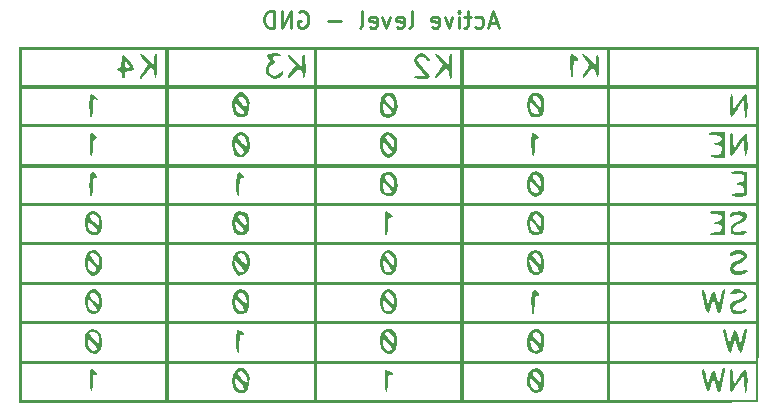
<source format=gbr>
%TF.GenerationSoftware,KiCad,Pcbnew,8.0.8-2.fc41*%
%TF.CreationDate,2025-02-07T10:50:49+08:00*%
%TF.ProjectId,K9AY_switch,4b394159-5f73-4776-9974-63682e6b6963,rev?*%
%TF.SameCoordinates,Original*%
%TF.FileFunction,Legend,Bot*%
%TF.FilePolarity,Positive*%
%FSLAX46Y46*%
G04 Gerber Fmt 4.6, Leading zero omitted, Abs format (unit mm)*
G04 Created by KiCad (PCBNEW 8.0.8-2.fc41) date 2025-02-07 10:50:49*
%MOMM*%
%LPD*%
G01*
G04 APERTURE LIST*
%ADD10C,0.280000*%
%ADD11C,0.000000*%
G04 APERTURE END LIST*
D10*
X156521123Y-84758106D02*
X155854456Y-84758106D01*
X156654456Y-85158106D02*
X156187790Y-83758106D01*
X156187790Y-83758106D02*
X155721123Y-85158106D01*
X154654456Y-85091440D02*
X154787790Y-85158106D01*
X154787790Y-85158106D02*
X155054456Y-85158106D01*
X155054456Y-85158106D02*
X155187790Y-85091440D01*
X155187790Y-85091440D02*
X155254456Y-85024773D01*
X155254456Y-85024773D02*
X155321123Y-84891440D01*
X155321123Y-84891440D02*
X155321123Y-84491440D01*
X155321123Y-84491440D02*
X155254456Y-84358106D01*
X155254456Y-84358106D02*
X155187790Y-84291440D01*
X155187790Y-84291440D02*
X155054456Y-84224773D01*
X155054456Y-84224773D02*
X154787790Y-84224773D01*
X154787790Y-84224773D02*
X154654456Y-84291440D01*
X154254456Y-84224773D02*
X153721123Y-84224773D01*
X154054456Y-83758106D02*
X154054456Y-84958106D01*
X154054456Y-84958106D02*
X153987790Y-85091440D01*
X153987790Y-85091440D02*
X153854456Y-85158106D01*
X153854456Y-85158106D02*
X153721123Y-85158106D01*
X153254456Y-85158106D02*
X153254456Y-84224773D01*
X153254456Y-83758106D02*
X153321123Y-83824773D01*
X153321123Y-83824773D02*
X153254456Y-83891440D01*
X153254456Y-83891440D02*
X153187790Y-83824773D01*
X153187790Y-83824773D02*
X153254456Y-83758106D01*
X153254456Y-83758106D02*
X153254456Y-83891440D01*
X152721123Y-84224773D02*
X152387789Y-85158106D01*
X152387789Y-85158106D02*
X152054456Y-84224773D01*
X150987789Y-85091440D02*
X151121122Y-85158106D01*
X151121122Y-85158106D02*
X151387789Y-85158106D01*
X151387789Y-85158106D02*
X151521122Y-85091440D01*
X151521122Y-85091440D02*
X151587789Y-84958106D01*
X151587789Y-84958106D02*
X151587789Y-84424773D01*
X151587789Y-84424773D02*
X151521122Y-84291440D01*
X151521122Y-84291440D02*
X151387789Y-84224773D01*
X151387789Y-84224773D02*
X151121122Y-84224773D01*
X151121122Y-84224773D02*
X150987789Y-84291440D01*
X150987789Y-84291440D02*
X150921122Y-84424773D01*
X150921122Y-84424773D02*
X150921122Y-84558106D01*
X150921122Y-84558106D02*
X151587789Y-84691440D01*
X149054455Y-85158106D02*
X149187789Y-85091440D01*
X149187789Y-85091440D02*
X149254455Y-84958106D01*
X149254455Y-84958106D02*
X149254455Y-83758106D01*
X147987789Y-85091440D02*
X148121122Y-85158106D01*
X148121122Y-85158106D02*
X148387789Y-85158106D01*
X148387789Y-85158106D02*
X148521122Y-85091440D01*
X148521122Y-85091440D02*
X148587789Y-84958106D01*
X148587789Y-84958106D02*
X148587789Y-84424773D01*
X148587789Y-84424773D02*
X148521122Y-84291440D01*
X148521122Y-84291440D02*
X148387789Y-84224773D01*
X148387789Y-84224773D02*
X148121122Y-84224773D01*
X148121122Y-84224773D02*
X147987789Y-84291440D01*
X147987789Y-84291440D02*
X147921122Y-84424773D01*
X147921122Y-84424773D02*
X147921122Y-84558106D01*
X147921122Y-84558106D02*
X148587789Y-84691440D01*
X147454456Y-84224773D02*
X147121122Y-85158106D01*
X147121122Y-85158106D02*
X146787789Y-84224773D01*
X145721122Y-85091440D02*
X145854455Y-85158106D01*
X145854455Y-85158106D02*
X146121122Y-85158106D01*
X146121122Y-85158106D02*
X146254455Y-85091440D01*
X146254455Y-85091440D02*
X146321122Y-84958106D01*
X146321122Y-84958106D02*
X146321122Y-84424773D01*
X146321122Y-84424773D02*
X146254455Y-84291440D01*
X146254455Y-84291440D02*
X146121122Y-84224773D01*
X146121122Y-84224773D02*
X145854455Y-84224773D01*
X145854455Y-84224773D02*
X145721122Y-84291440D01*
X145721122Y-84291440D02*
X145654455Y-84424773D01*
X145654455Y-84424773D02*
X145654455Y-84558106D01*
X145654455Y-84558106D02*
X146321122Y-84691440D01*
X144854455Y-85158106D02*
X144987789Y-85091440D01*
X144987789Y-85091440D02*
X145054455Y-84958106D01*
X145054455Y-84958106D02*
X145054455Y-83758106D01*
X143254455Y-84624773D02*
X142187789Y-84624773D01*
X139721122Y-83824773D02*
X139854455Y-83758106D01*
X139854455Y-83758106D02*
X140054455Y-83758106D01*
X140054455Y-83758106D02*
X140254455Y-83824773D01*
X140254455Y-83824773D02*
X140387789Y-83958106D01*
X140387789Y-83958106D02*
X140454455Y-84091440D01*
X140454455Y-84091440D02*
X140521122Y-84358106D01*
X140521122Y-84358106D02*
X140521122Y-84558106D01*
X140521122Y-84558106D02*
X140454455Y-84824773D01*
X140454455Y-84824773D02*
X140387789Y-84958106D01*
X140387789Y-84958106D02*
X140254455Y-85091440D01*
X140254455Y-85091440D02*
X140054455Y-85158106D01*
X140054455Y-85158106D02*
X139921122Y-85158106D01*
X139921122Y-85158106D02*
X139721122Y-85091440D01*
X139721122Y-85091440D02*
X139654455Y-85024773D01*
X139654455Y-85024773D02*
X139654455Y-84558106D01*
X139654455Y-84558106D02*
X139921122Y-84558106D01*
X139054455Y-85158106D02*
X139054455Y-83758106D01*
X139054455Y-83758106D02*
X138254455Y-85158106D01*
X138254455Y-85158106D02*
X138254455Y-83758106D01*
X137587788Y-85158106D02*
X137587788Y-83758106D01*
X137587788Y-83758106D02*
X137254455Y-83758106D01*
X137254455Y-83758106D02*
X137054455Y-83824773D01*
X137054455Y-83824773D02*
X136921122Y-83958106D01*
X136921122Y-83958106D02*
X136854455Y-84091440D01*
X136854455Y-84091440D02*
X136787788Y-84358106D01*
X136787788Y-84358106D02*
X136787788Y-84558106D01*
X136787788Y-84558106D02*
X136854455Y-84824773D01*
X136854455Y-84824773D02*
X136921122Y-84958106D01*
X136921122Y-84958106D02*
X137054455Y-85091440D01*
X137054455Y-85091440D02*
X137254455Y-85158106D01*
X137254455Y-85158106D02*
X137587788Y-85158106D01*
D11*
%TO.C,G\u002A\u002A\u002A*%
G36*
X178660323Y-91816903D02*
G01*
X178660323Y-95162602D01*
X178660323Y-98508301D01*
X178660323Y-101762961D01*
X178660321Y-101785721D01*
X178660300Y-102105023D01*
X178659218Y-104094585D01*
X178657797Y-105131419D01*
X178656600Y-106004481D01*
X178652553Y-107817124D01*
X178650465Y-108477118D01*
X178647181Y-109514927D01*
X178640592Y-111080304D01*
X178636552Y-111822817D01*
X178632891Y-112495668D01*
X178624185Y-113743433D01*
X178614579Y-114806013D01*
X178610195Y-115168516D01*
X178604180Y-115665820D01*
X178593094Y-116305269D01*
X178581426Y-116706773D01*
X178569284Y-116852746D01*
X178520324Y-116857594D01*
X178226840Y-116865932D01*
X177679294Y-116874038D01*
X176889817Y-116881876D01*
X175870544Y-116889412D01*
X174633607Y-116896609D01*
X173191139Y-116903433D01*
X171555273Y-116909849D01*
X169738142Y-116915821D01*
X167751879Y-116921314D01*
X165608616Y-116926293D01*
X163320487Y-116930722D01*
X160899625Y-116934567D01*
X158358162Y-116937791D01*
X155708231Y-116940361D01*
X152961965Y-116942240D01*
X150131498Y-116943393D01*
X147228961Y-116943785D01*
X115979678Y-116943785D01*
X115979678Y-113666366D01*
X116252796Y-113666366D01*
X116252796Y-115168516D01*
X116252796Y-116670667D01*
X122329678Y-116670667D01*
X128406560Y-116670667D01*
X128679678Y-116670667D01*
X134824839Y-116670667D01*
X140970001Y-116670667D01*
X141243119Y-116670667D01*
X147320001Y-116670667D01*
X153396882Y-116670667D01*
X153670001Y-116670667D01*
X159746882Y-116670667D01*
X165823764Y-116670667D01*
X166096882Y-116670667D01*
X172242044Y-116670667D01*
X178387205Y-116670667D01*
X178387205Y-115168516D01*
X178387205Y-113666366D01*
X172242044Y-113666366D01*
X166096882Y-113666366D01*
X166096882Y-115168516D01*
X166096882Y-116670667D01*
X165823764Y-116670667D01*
X165823764Y-115168516D01*
X165823764Y-113666366D01*
X159746882Y-113666366D01*
X153670001Y-113666366D01*
X153670001Y-115168516D01*
X153670001Y-116670667D01*
X153396882Y-116670667D01*
X153396882Y-115168516D01*
X153396882Y-113666366D01*
X147320001Y-113666366D01*
X141243119Y-113666366D01*
X141243119Y-115168516D01*
X141243119Y-116670667D01*
X140970001Y-116670667D01*
X140970001Y-115168516D01*
X140970001Y-113666366D01*
X134824839Y-113666366D01*
X128679678Y-113666366D01*
X128679678Y-115168516D01*
X128679678Y-116670667D01*
X128406560Y-116670667D01*
X128406560Y-115168516D01*
X128406560Y-113666366D01*
X122329678Y-113666366D01*
X116252796Y-113666366D01*
X115979678Y-113666366D01*
X115979678Y-110252387D01*
X116252796Y-110252387D01*
X116252796Y-111822817D01*
X116252796Y-113393247D01*
X122329678Y-113393247D01*
X128406560Y-113393247D01*
X128679678Y-113393247D01*
X134824839Y-113393247D01*
X140970001Y-113393247D01*
X141243119Y-113393247D01*
X147320001Y-113393247D01*
X153396882Y-113393247D01*
X153670001Y-113393247D01*
X159746882Y-113393247D01*
X165823764Y-113393247D01*
X166096882Y-113393247D01*
X172242044Y-113393247D01*
X178387205Y-113393247D01*
X178387205Y-111822817D01*
X178387205Y-110252387D01*
X172242044Y-110252387D01*
X166096882Y-110252387D01*
X166096882Y-111822817D01*
X166096882Y-113393247D01*
X165823764Y-113393247D01*
X165823764Y-111822817D01*
X165823764Y-110252387D01*
X159746882Y-110252387D01*
X153670001Y-110252387D01*
X153670001Y-111822817D01*
X153670001Y-113393247D01*
X153396882Y-113393247D01*
X153396882Y-111822817D01*
X153396882Y-110252387D01*
X147320001Y-110252387D01*
X141243119Y-110252387D01*
X141243119Y-111822817D01*
X141243119Y-113393247D01*
X140970001Y-113393247D01*
X140970001Y-111822817D01*
X140970001Y-110252387D01*
X134824839Y-110252387D01*
X128679678Y-110252387D01*
X128679678Y-111822817D01*
X128679678Y-113393247D01*
X128406560Y-113393247D01*
X128406560Y-111822817D01*
X128406560Y-110252387D01*
X122329678Y-110252387D01*
X116252796Y-110252387D01*
X115979678Y-110252387D01*
X115979678Y-106974968D01*
X116252796Y-106974968D01*
X116252796Y-108477118D01*
X116252796Y-109979269D01*
X122329678Y-109979269D01*
X128406560Y-109979269D01*
X128679678Y-109979269D01*
X134824839Y-109979269D01*
X140970001Y-109979269D01*
X141243119Y-109979269D01*
X147320001Y-109979269D01*
X153396882Y-109979269D01*
X153670001Y-109979269D01*
X159746882Y-109979269D01*
X165823764Y-109979269D01*
X166096882Y-109979269D01*
X172242044Y-109979269D01*
X178387205Y-109979269D01*
X178387205Y-108477118D01*
X178387205Y-106974968D01*
X172242044Y-106974968D01*
X166096882Y-106974968D01*
X166096882Y-108477118D01*
X166096882Y-109979269D01*
X165823764Y-109979269D01*
X165823764Y-108477118D01*
X165823764Y-106974968D01*
X159746882Y-106974968D01*
X153670001Y-106974968D01*
X153670001Y-108477118D01*
X153670001Y-109979269D01*
X153396882Y-109979269D01*
X153396882Y-108477118D01*
X153396882Y-106974968D01*
X147320001Y-106974968D01*
X141243119Y-106974968D01*
X141243119Y-108477118D01*
X141243119Y-109979269D01*
X140970001Y-109979269D01*
X140970001Y-108477118D01*
X140970001Y-106974968D01*
X134824839Y-106974968D01*
X128679678Y-106974968D01*
X128679678Y-108477118D01*
X128679678Y-109979269D01*
X128406560Y-109979269D01*
X128406560Y-108477118D01*
X128406560Y-106974968D01*
X122329678Y-106974968D01*
X116252796Y-106974968D01*
X115979678Y-106974968D01*
X115979678Y-103560989D01*
X116252796Y-103560989D01*
X116252796Y-105131419D01*
X116252796Y-106701850D01*
X122329678Y-106701850D01*
X128406560Y-106701850D01*
X128679678Y-106701850D01*
X134824839Y-106701850D01*
X140970001Y-106701850D01*
X141243119Y-106701850D01*
X147320001Y-106701850D01*
X153396882Y-106701850D01*
X153670001Y-106701850D01*
X159746882Y-106701850D01*
X165823764Y-106701850D01*
X166096882Y-106701850D01*
X172242044Y-106701850D01*
X178387205Y-106701850D01*
X178387205Y-105131419D01*
X178387205Y-103560989D01*
X172242044Y-103560989D01*
X166096882Y-103560989D01*
X166096882Y-105131419D01*
X166096882Y-106701850D01*
X165823764Y-106701850D01*
X165823764Y-105131419D01*
X165823764Y-103560989D01*
X159746882Y-103560989D01*
X153670001Y-103560989D01*
X153670001Y-105131419D01*
X153670001Y-106701850D01*
X153396882Y-106701850D01*
X153396882Y-105131419D01*
X153396882Y-103560989D01*
X147320001Y-103560989D01*
X141243119Y-103560989D01*
X141243119Y-105131419D01*
X141243119Y-106701850D01*
X140970001Y-106701850D01*
X140970001Y-105131419D01*
X140970001Y-103560989D01*
X134824839Y-103560989D01*
X128679678Y-103560989D01*
X128679678Y-105131419D01*
X128679678Y-106701850D01*
X128406560Y-106701850D01*
X128406560Y-105131419D01*
X128406560Y-103560989D01*
X122329678Y-103560989D01*
X116252796Y-103560989D01*
X115979678Y-103560989D01*
X115979678Y-101854000D01*
X115979678Y-100283570D01*
X116252796Y-100283570D01*
X116252796Y-101785721D01*
X116252796Y-103287871D01*
X122329678Y-103287871D01*
X128406560Y-103287871D01*
X128679678Y-103287871D01*
X134824839Y-103287871D01*
X140970001Y-103287871D01*
X141243119Y-103287871D01*
X147320001Y-103287871D01*
X153396882Y-103287871D01*
X153670001Y-103287871D01*
X159746882Y-103287871D01*
X165823764Y-103287871D01*
X166096882Y-103287871D01*
X172242044Y-103287871D01*
X178387205Y-103287871D01*
X178387205Y-101785721D01*
X178387205Y-100283570D01*
X172242044Y-100283570D01*
X166096882Y-100283570D01*
X166096882Y-101785721D01*
X166096882Y-103287871D01*
X165823764Y-103287871D01*
X165823764Y-101785721D01*
X165823764Y-100283570D01*
X159746882Y-100283570D01*
X153670001Y-100283570D01*
X153670001Y-101785721D01*
X153670001Y-103287871D01*
X153396882Y-103287871D01*
X153396882Y-101785721D01*
X153396882Y-100283570D01*
X147320001Y-100283570D01*
X141243119Y-100283570D01*
X141243119Y-101785721D01*
X141243119Y-103287871D01*
X140970001Y-103287871D01*
X140970001Y-101785721D01*
X140970001Y-100283570D01*
X134824839Y-100283570D01*
X128679678Y-100283570D01*
X128679678Y-101785721D01*
X128679678Y-103287871D01*
X128406560Y-103287871D01*
X128406560Y-101785721D01*
X128406560Y-100283570D01*
X122329678Y-100283570D01*
X116252796Y-100283570D01*
X115979678Y-100283570D01*
X115979678Y-97006151D01*
X116252796Y-97006151D01*
X116252796Y-98508301D01*
X116252796Y-100010452D01*
X122329678Y-100010452D01*
X128406560Y-100010452D01*
X128679678Y-100010452D01*
X134824839Y-100010452D01*
X140970001Y-100010452D01*
X141243119Y-100010452D01*
X147320001Y-100010452D01*
X153396882Y-100010452D01*
X153670001Y-100010452D01*
X159746882Y-100010452D01*
X165823764Y-100010452D01*
X166096882Y-100010452D01*
X172242044Y-100010452D01*
X178387205Y-100010452D01*
X178387205Y-98508301D01*
X178387205Y-97006151D01*
X172242044Y-97006151D01*
X166096882Y-97006151D01*
X166096882Y-98508301D01*
X166096882Y-100010452D01*
X165823764Y-100010452D01*
X165823764Y-98508301D01*
X165823764Y-97006151D01*
X159746882Y-97006151D01*
X153670001Y-97006151D01*
X153670001Y-98508301D01*
X153670001Y-100010452D01*
X153396882Y-100010452D01*
X153396882Y-98508301D01*
X153396882Y-97006151D01*
X147320001Y-97006151D01*
X141243119Y-97006151D01*
X141243119Y-98508301D01*
X141243119Y-100010452D01*
X140970001Y-100010452D01*
X140970001Y-98508301D01*
X140970001Y-97006151D01*
X134824839Y-97006151D01*
X128679678Y-97006151D01*
X128679678Y-98508301D01*
X128679678Y-100010452D01*
X128406560Y-100010452D01*
X128406560Y-98508301D01*
X128406560Y-97006151D01*
X122329678Y-97006151D01*
X116252796Y-97006151D01*
X115979678Y-97006151D01*
X115979678Y-93592172D01*
X116252796Y-93592172D01*
X116252796Y-95162602D01*
X116252796Y-96733032D01*
X122329678Y-96733032D01*
X128406560Y-96733032D01*
X128679678Y-96733032D01*
X134824839Y-96733032D01*
X140970001Y-96733032D01*
X141243119Y-96733032D01*
X147320001Y-96733032D01*
X153396882Y-96733032D01*
X153670001Y-96733032D01*
X159746882Y-96733032D01*
X165823764Y-96733032D01*
X166096882Y-96733032D01*
X172242044Y-96733032D01*
X178387205Y-96733032D01*
X178387205Y-95162602D01*
X178387205Y-93592172D01*
X172242044Y-93592172D01*
X166096882Y-93592172D01*
X166096882Y-95162602D01*
X166096882Y-96733032D01*
X165823764Y-96733032D01*
X165823764Y-95162602D01*
X165823764Y-93592172D01*
X159746882Y-93592172D01*
X153670001Y-93592172D01*
X153670001Y-95162602D01*
X153670001Y-96733032D01*
X153396882Y-96733032D01*
X153396882Y-95162602D01*
X153396882Y-93592172D01*
X147320001Y-93592172D01*
X141243119Y-93592172D01*
X141243119Y-95162602D01*
X141243119Y-96733032D01*
X140970001Y-96733032D01*
X140970001Y-95162602D01*
X140970001Y-93592172D01*
X134824839Y-93592172D01*
X128679678Y-93592172D01*
X128679678Y-95162602D01*
X128679678Y-96733032D01*
X128406560Y-96733032D01*
X128406560Y-95162602D01*
X128406560Y-93592172D01*
X122329678Y-93592172D01*
X116252796Y-93592172D01*
X115979678Y-93592172D01*
X115979678Y-90314753D01*
X116252796Y-90314753D01*
X116252796Y-91816903D01*
X116252796Y-93319054D01*
X122329678Y-93319054D01*
X128406560Y-93319054D01*
X128679678Y-93319054D01*
X134824839Y-93319054D01*
X140970001Y-93319054D01*
X141243119Y-93319054D01*
X147320001Y-93319054D01*
X153396882Y-93319054D01*
X153670001Y-93319054D01*
X159746882Y-93319054D01*
X165823764Y-93319054D01*
X166096882Y-93319054D01*
X172242044Y-93319054D01*
X178387205Y-93319054D01*
X178387205Y-91816903D01*
X178387205Y-90314753D01*
X172242044Y-90314753D01*
X166096882Y-90314753D01*
X166096882Y-91816903D01*
X166096882Y-93319054D01*
X165823764Y-93319054D01*
X165823764Y-91816903D01*
X165823764Y-90314753D01*
X159746882Y-90314753D01*
X153670001Y-90314753D01*
X153670001Y-91816903D01*
X153670001Y-93319054D01*
X153396882Y-93319054D01*
X153396882Y-91816903D01*
X153396882Y-90314753D01*
X147320001Y-90314753D01*
X141243119Y-90314753D01*
X141243119Y-91816903D01*
X141243119Y-93319054D01*
X140970001Y-93319054D01*
X140970001Y-91816903D01*
X140970001Y-90314753D01*
X134824839Y-90314753D01*
X128679678Y-90314753D01*
X128679678Y-91816903D01*
X128679678Y-93319054D01*
X128406560Y-93319054D01*
X128406560Y-91816903D01*
X128406560Y-90314753D01*
X122329678Y-90314753D01*
X116252796Y-90314753D01*
X115979678Y-90314753D01*
X115979678Y-87037333D01*
X116252796Y-87037333D01*
X116252796Y-88539484D01*
X116252796Y-90041634D01*
X122329678Y-90041634D01*
X128406560Y-90041634D01*
X128679678Y-90041634D01*
X134824839Y-90041634D01*
X140970001Y-90041634D01*
X141243119Y-90041634D01*
X147320001Y-90041634D01*
X153396882Y-90041634D01*
X153670001Y-90041634D01*
X159746882Y-90041634D01*
X165823764Y-90041634D01*
X166096882Y-90041634D01*
X172242044Y-90041634D01*
X178387205Y-90041634D01*
X178387205Y-88539484D01*
X178387205Y-87037333D01*
X172242044Y-87037333D01*
X166096882Y-87037333D01*
X166096882Y-88539484D01*
X166096882Y-90041634D01*
X165823764Y-90041634D01*
X165823764Y-88539484D01*
X165823764Y-87037333D01*
X159746882Y-87037333D01*
X153670001Y-87037333D01*
X153670001Y-88539484D01*
X153670001Y-90041634D01*
X153396882Y-90041634D01*
X153396882Y-88539484D01*
X153396882Y-87037333D01*
X147320001Y-87037333D01*
X141243119Y-87037333D01*
X141243119Y-88539484D01*
X141243119Y-90041634D01*
X140970001Y-90041634D01*
X140970001Y-88539484D01*
X140970001Y-87037333D01*
X134824839Y-87037333D01*
X128679678Y-87037333D01*
X128679678Y-88539484D01*
X128679678Y-90041634D01*
X128406560Y-90041634D01*
X128406560Y-88539484D01*
X128406560Y-87037333D01*
X122329678Y-87037333D01*
X116252796Y-87037333D01*
X115979678Y-87037333D01*
X115979678Y-86764215D01*
X147320001Y-86764215D01*
X178660323Y-86764215D01*
X178660323Y-88539484D01*
X178660323Y-91816903D01*
G37*
G36*
X176443476Y-114266033D02*
G01*
X176500896Y-114758839D01*
X176543657Y-115373355D01*
X176953334Y-114724943D01*
X176970836Y-114697341D01*
X177268440Y-114274606D01*
X177478031Y-114097248D01*
X177612176Y-114171546D01*
X177683446Y-114503782D01*
X177704409Y-115100237D01*
X177699673Y-115377629D01*
X177661162Y-115836859D01*
X177596767Y-116075218D01*
X177522056Y-116080253D01*
X177452599Y-115839512D01*
X177403966Y-115340542D01*
X177363011Y-114556653D01*
X176904959Y-115272262D01*
X176678333Y-115604350D01*
X176456698Y-115881436D01*
X176324582Y-115987871D01*
X176310713Y-115981105D01*
X176255568Y-115803286D01*
X176216863Y-115433089D01*
X176202259Y-114936366D01*
X176203133Y-114816739D01*
X176232966Y-114319708D01*
X176293585Y-114055935D01*
X176369064Y-114034888D01*
X176443476Y-114266033D01*
G37*
G36*
X175792581Y-114144072D02*
G01*
X175788172Y-114210964D01*
X175738093Y-114533040D01*
X175649451Y-114977435D01*
X175543957Y-115440146D01*
X175443321Y-115817172D01*
X175407650Y-115905782D01*
X175278936Y-115987577D01*
X175140345Y-115845020D01*
X175032213Y-115508406D01*
X174944769Y-115158194D01*
X174834011Y-114983193D01*
X174726362Y-115076913D01*
X174631927Y-115441054D01*
X174565871Y-115734166D01*
X174446543Y-115949061D01*
X174308592Y-115899841D01*
X174158720Y-115590926D01*
X174003627Y-115026734D01*
X173941026Y-114714936D01*
X173888169Y-114303310D01*
X173891639Y-114048806D01*
X173942920Y-113980195D01*
X174033497Y-114126249D01*
X174154855Y-114515740D01*
X174194276Y-114668701D01*
X174287483Y-115027380D01*
X174342140Y-115233295D01*
X174367138Y-115236839D01*
X174442839Y-115063602D01*
X174541589Y-114721199D01*
X174684876Y-114279551D01*
X174821808Y-114103053D01*
X174945896Y-114194351D01*
X175050799Y-114555508D01*
X175138143Y-114905411D01*
X175248912Y-115080707D01*
X175356564Y-114987337D01*
X175450965Y-114623576D01*
X175465761Y-114544040D01*
X175559655Y-114215241D01*
X175667241Y-114008356D01*
X175755792Y-113969321D01*
X175792581Y-114144072D01*
G37*
G36*
X160446579Y-115518441D02*
G01*
X160352005Y-115711385D01*
X160271954Y-115874699D01*
X160150405Y-115987747D01*
X159820966Y-116117002D01*
X159507424Y-116034724D01*
X159244991Y-115784169D01*
X159068883Y-115408591D01*
X159028898Y-115073474D01*
X159269963Y-115073474D01*
X159402105Y-115501024D01*
X159544462Y-115737090D01*
X159735443Y-115851312D01*
X159850398Y-115840482D01*
X160014268Y-115711385D01*
X159962100Y-115461524D01*
X159695621Y-115122507D01*
X159439788Y-114903145D01*
X159283174Y-114873343D01*
X159269963Y-115073474D01*
X159028898Y-115073474D01*
X159014314Y-114951248D01*
X159116498Y-114455395D01*
X159182075Y-114326461D01*
X159519519Y-114326461D01*
X159556762Y-114526159D01*
X159825520Y-114834847D01*
X160247356Y-115236796D01*
X160201958Y-114840892D01*
X160158490Y-114649121D01*
X159988864Y-114361444D01*
X159761959Y-114223593D01*
X159544902Y-114291679D01*
X159519519Y-114326461D01*
X159182075Y-114326461D01*
X159194881Y-114301282D01*
X159495245Y-114036750D01*
X159869504Y-113978092D01*
X160230342Y-114149302D01*
X160278591Y-114200180D01*
X160447120Y-114566047D01*
X160504042Y-115043846D01*
X160480680Y-115236796D01*
X160446579Y-115518441D01*
G37*
G36*
X147341016Y-114188362D02*
G01*
X147561521Y-114347466D01*
X147661399Y-114505135D01*
X147632059Y-114569124D01*
X147456560Y-114572896D01*
X147426313Y-114563035D01*
X147318503Y-114594467D01*
X147265713Y-114795859D01*
X147251721Y-115218322D01*
X147244222Y-115497114D01*
X147207082Y-115860276D01*
X147149302Y-116045601D01*
X147140886Y-116050739D01*
X147086648Y-115940647D01*
X147038648Y-115625540D01*
X147006428Y-115164281D01*
X147004375Y-115112093D01*
X146994611Y-114630702D01*
X147003304Y-114274330D01*
X147028872Y-114116813D01*
X147118572Y-114100689D01*
X147341016Y-114188362D01*
G37*
G36*
X135525999Y-115314360D02*
G01*
X135416746Y-115706755D01*
X135406609Y-115743163D01*
X135202872Y-116010318D01*
X135014630Y-116098419D01*
X134653858Y-116097098D01*
X134350721Y-115894534D01*
X134140496Y-115538841D01*
X134058460Y-115078133D01*
X134058997Y-115074720D01*
X134280185Y-115074720D01*
X134411782Y-115501024D01*
X134549419Y-115725499D01*
X134821459Y-115851312D01*
X134949037Y-115837555D01*
X135083466Y-115706755D01*
X134995347Y-115454211D01*
X134688280Y-115100237D01*
X134454943Y-114907378D01*
X134294965Y-114876268D01*
X134280185Y-115074720D01*
X134058997Y-115074720D01*
X134139890Y-114560525D01*
X134281563Y-114285155D01*
X134537766Y-114285155D01*
X134539227Y-114472217D01*
X134780197Y-114783511D01*
X135074926Y-115052712D01*
X135288882Y-115175100D01*
X135371076Y-115120614D01*
X135339835Y-114926082D01*
X135203178Y-114599714D01*
X135013951Y-114326882D01*
X134834240Y-114212602D01*
X134776618Y-114213841D01*
X134537766Y-114285155D01*
X134281563Y-114285155D01*
X134309736Y-114230395D01*
X134619101Y-113988640D01*
X134964486Y-113963866D01*
X135278337Y-114155876D01*
X135493101Y-114564474D01*
X135540166Y-114827902D01*
X135531641Y-115120614D01*
X135525999Y-115314360D01*
G37*
G36*
X122400805Y-114146899D02*
G01*
X122476017Y-114219452D01*
X122642900Y-114447526D01*
X122642449Y-114583622D01*
X122466237Y-114572896D01*
X122435991Y-114563035D01*
X122328181Y-114594467D01*
X122275391Y-114795859D01*
X122261399Y-115218322D01*
X122253900Y-115497109D01*
X122216760Y-115860305D01*
X122158979Y-116045676D01*
X122133946Y-116044930D01*
X122082723Y-115879942D01*
X122041068Y-115551117D01*
X122013109Y-115133840D01*
X122002975Y-114703495D01*
X122014795Y-114335468D01*
X122052698Y-114105143D01*
X122088080Y-114029484D01*
X122194196Y-113990780D01*
X122400805Y-114146899D01*
G37*
G36*
X175811375Y-110676450D02*
G01*
X175912273Y-110867006D01*
X175997420Y-111208301D01*
X176089800Y-111588876D01*
X176199082Y-111731555D01*
X176308835Y-111602307D01*
X176408278Y-111201316D01*
X176431944Y-111077794D01*
X176542557Y-110772868D01*
X176675221Y-110732080D01*
X176817453Y-110950389D01*
X176956771Y-111422756D01*
X177107349Y-112095936D01*
X177207748Y-111546906D01*
X177250263Y-111342534D01*
X177372732Y-110938426D01*
X177504348Y-110695589D01*
X177619644Y-110668339D01*
X177624197Y-110676590D01*
X177620518Y-110866424D01*
X177565290Y-111240182D01*
X177468649Y-111726810D01*
X177452604Y-111798212D01*
X177326864Y-112261450D01*
X177204008Y-112571470D01*
X177106265Y-112670389D01*
X177057951Y-112630529D01*
X176930402Y-112390295D01*
X176810624Y-112017640D01*
X176766299Y-111846684D01*
X176686679Y-111622239D01*
X176615153Y-111618152D01*
X176531923Y-111850388D01*
X176417188Y-112334914D01*
X176400517Y-112405148D01*
X176295744Y-112659878D01*
X176175534Y-112650518D01*
X176037052Y-112374409D01*
X175877463Y-111828892D01*
X175807785Y-111547976D01*
X175703280Y-111087040D01*
X175666617Y-110818343D01*
X175693736Y-110692984D01*
X175780578Y-110662065D01*
X175811375Y-110676450D01*
G37*
G36*
X160481711Y-112125742D02*
G01*
X160417852Y-112343816D01*
X160392349Y-112430909D01*
X160194888Y-112634125D01*
X159898789Y-112756029D01*
X159519422Y-112730250D01*
X159236795Y-112521347D01*
X159068043Y-112135776D01*
X159029200Y-111666610D01*
X159281111Y-111666610D01*
X159332555Y-112006483D01*
X159443330Y-112309212D01*
X159668134Y-112497119D01*
X159961706Y-112431162D01*
X160041855Y-112343816D01*
X159993024Y-112178515D01*
X159754439Y-111898985D01*
X159530454Y-111678927D01*
X159340659Y-111559060D01*
X159281111Y-111666610D01*
X159029200Y-111666610D01*
X159027576Y-111646990D01*
X159139871Y-111192656D01*
X159228503Y-111067458D01*
X159507995Y-111067458D01*
X159576987Y-111269623D01*
X159824735Y-111557427D01*
X160245786Y-111959376D01*
X160201173Y-111482538D01*
X160175366Y-111332060D01*
X160017680Y-111032281D01*
X159780639Y-110918560D01*
X159526638Y-111032524D01*
X159507995Y-111067458D01*
X159228503Y-111067458D01*
X159384531Y-110847061D01*
X159741157Y-110684489D01*
X159941070Y-110681407D01*
X160258110Y-110823790D01*
X160439910Y-111182113D01*
X160497958Y-111772895D01*
X160489371Y-111959376D01*
X160481711Y-112125742D01*
G37*
G36*
X148061632Y-111817809D02*
G01*
X147924837Y-112321839D01*
X147915490Y-112356280D01*
X147757115Y-112594720D01*
X147539952Y-112747179D01*
X147281700Y-112769441D01*
X146903257Y-112624277D01*
X146656894Y-112264999D01*
X146568925Y-111719460D01*
X146571966Y-111568555D01*
X146597714Y-111418392D01*
X146842044Y-111418392D01*
X146842044Y-111854779D01*
X146852495Y-111995611D01*
X146989236Y-112328239D01*
X147236280Y-112490764D01*
X147532197Y-112431824D01*
X147619751Y-112321839D01*
X147546599Y-112150682D01*
X147285861Y-111863602D01*
X146842044Y-111418392D01*
X146597714Y-111418392D01*
X146660661Y-111051285D01*
X146684414Y-111019574D01*
X146978603Y-111019574D01*
X146996344Y-111064300D01*
X147142563Y-111273728D01*
X147388280Y-111570563D01*
X147478124Y-111671893D01*
X147684609Y-111880627D01*
X147776821Y-111900448D01*
X147797958Y-111750312D01*
X147732982Y-111373981D01*
X147532228Y-111057842D01*
X147246916Y-110935183D01*
X147093171Y-110950515D01*
X146978603Y-111019574D01*
X146684414Y-111019574D01*
X146881873Y-110755954D01*
X147248782Y-110662065D01*
X147485368Y-110698835D01*
X147823289Y-110929922D01*
X148023138Y-111322635D01*
X148056385Y-111750312D01*
X148061632Y-111817809D01*
G37*
G36*
X134778956Y-110808699D02*
G01*
X134997618Y-110959600D01*
X135097958Y-111119201D01*
X135069293Y-111168380D01*
X134893119Y-111158918D01*
X134835403Y-111144593D01*
X134744367Y-111205986D01*
X134699977Y-111439528D01*
X134688280Y-111895383D01*
X134673893Y-112261691D01*
X134624549Y-112586135D01*
X134551721Y-112710452D01*
X134531201Y-112698108D01*
X134474342Y-112508815D01*
X134434980Y-112155298D01*
X134415398Y-111720666D01*
X134417879Y-111288024D01*
X134444706Y-110940480D01*
X134498164Y-110761141D01*
X134565512Y-110740249D01*
X134778956Y-110808699D01*
G37*
G36*
X123033280Y-112124297D02*
G01*
X122938363Y-112321839D01*
X122844520Y-112517147D01*
X122534517Y-112742906D01*
X122503427Y-112751735D01*
X122102122Y-112724936D01*
X121749302Y-112460430D01*
X121744562Y-112454398D01*
X121623832Y-112133746D01*
X121588657Y-111683931D01*
X121617275Y-111418392D01*
X121851721Y-111418392D01*
X121851721Y-111854779D01*
X121862172Y-111995611D01*
X121998913Y-112328239D01*
X122245958Y-112490764D01*
X122541875Y-112431824D01*
X122629428Y-112321839D01*
X122556276Y-112150682D01*
X122295538Y-111863602D01*
X121851721Y-111418392D01*
X121617275Y-111418392D01*
X121637469Y-111231011D01*
X121710972Y-111046193D01*
X121988280Y-111046193D01*
X121999131Y-111081941D01*
X122142088Y-111280086D01*
X122397958Y-111549699D01*
X122503742Y-111650236D01*
X122708109Y-111822973D01*
X122791638Y-111819906D01*
X122807635Y-111654696D01*
X122781879Y-111350834D01*
X122624497Y-111036579D01*
X122315068Y-110935183D01*
X122104838Y-110961372D01*
X121988280Y-111046193D01*
X121710972Y-111046193D01*
X121768699Y-110901043D01*
X121847559Y-110817117D01*
X122185873Y-110673201D01*
X122562642Y-110724830D01*
X122868171Y-110965568D01*
X122983314Y-111176976D01*
X123084859Y-111649270D01*
X123084270Y-111654696D01*
X123033280Y-112124297D01*
G37*
G36*
X177438935Y-107499934D02*
G01*
X177588207Y-107650464D01*
X177666456Y-107930997D01*
X177476541Y-108196775D01*
X177021696Y-108440506D01*
X176881344Y-108502139D01*
X176567005Y-108718697D01*
X176455133Y-108932165D01*
X176555280Y-109095064D01*
X176876995Y-109159914D01*
X177178694Y-109121145D01*
X177364388Y-109021127D01*
X177402474Y-108978155D01*
X177583917Y-108965005D01*
X177637693Y-109035660D01*
X177557760Y-109240351D01*
X177398331Y-109348095D01*
X177037609Y-109424484D01*
X176648393Y-109399265D01*
X176366130Y-109269161D01*
X176268680Y-109108769D01*
X176202259Y-108786351D01*
X176238307Y-108602961D01*
X176423014Y-108405548D01*
X176816775Y-108204000D01*
X177024635Y-108107070D01*
X177316650Y-107934185D01*
X177431291Y-107808378D01*
X177409141Y-107733113D01*
X177215606Y-107609496D01*
X176911456Y-107579091D01*
X176605399Y-107661262D01*
X176494173Y-107712837D01*
X176268932Y-107743464D01*
X176221966Y-107636778D01*
X176399273Y-107441760D01*
X176618482Y-107314396D01*
X177019603Y-107274966D01*
X177438935Y-107499934D01*
G37*
G36*
X175789243Y-107479005D02*
G01*
X175784476Y-107553129D01*
X175733159Y-107901273D01*
X175644714Y-108357020D01*
X175542987Y-108803983D01*
X175451828Y-109125774D01*
X175418578Y-109201925D01*
X175283362Y-109295918D01*
X175141997Y-109158358D01*
X175032213Y-108817008D01*
X174944769Y-108466796D01*
X174834011Y-108291795D01*
X174726362Y-108385515D01*
X174631927Y-108749656D01*
X174558320Y-109065633D01*
X174435051Y-109269318D01*
X174294070Y-109211687D01*
X174144124Y-108898425D01*
X173993963Y-108335214D01*
X173938348Y-108046968D01*
X173885918Y-107624822D01*
X173890114Y-107363668D01*
X173942176Y-107291325D01*
X174033343Y-107435610D01*
X174154855Y-107824342D01*
X174194276Y-107977303D01*
X174287483Y-108335982D01*
X174342140Y-108541897D01*
X174367138Y-108545441D01*
X174442839Y-108372204D01*
X174541589Y-108029801D01*
X174684876Y-107588153D01*
X174821808Y-107411656D01*
X174945896Y-107502954D01*
X175050799Y-107864111D01*
X175138143Y-108214013D01*
X175248912Y-108389309D01*
X175356564Y-108295939D01*
X175450965Y-107932178D01*
X175468234Y-107840341D01*
X175563306Y-107512599D01*
X175670072Y-107314227D01*
X175756171Y-107288579D01*
X175789243Y-107479005D01*
G37*
G36*
X159924409Y-107548516D02*
G01*
X160061799Y-107736583D01*
X160059210Y-107883618D01*
X159883442Y-107881498D01*
X159825725Y-107867174D01*
X159734689Y-107928567D01*
X159690299Y-108162109D01*
X159678603Y-108617963D01*
X159664215Y-108984271D01*
X159614872Y-109308716D01*
X159542044Y-109433032D01*
X159535640Y-109432074D01*
X159468297Y-109284603D01*
X159422429Y-108924904D01*
X159405485Y-108408839D01*
X159407311Y-108207203D01*
X159443906Y-107688094D01*
X159535381Y-107416725D01*
X159692096Y-107375924D01*
X159924409Y-107548516D01*
G37*
G36*
X148034310Y-108704476D02*
G01*
X147909408Y-109006439D01*
X147858494Y-109129529D01*
X147823067Y-109177207D01*
X147508953Y-109416896D01*
X147174965Y-109428150D01*
X146872621Y-109240608D01*
X146653435Y-108883904D01*
X146577905Y-108440401D01*
X146842044Y-108440401D01*
X146854580Y-108624619D01*
X146924934Y-108943907D01*
X146928096Y-108951716D01*
X147112578Y-109117386D01*
X147378906Y-109155728D01*
X147580204Y-109044252D01*
X147585671Y-109006439D01*
X147483211Y-108807467D01*
X147246865Y-108540746D01*
X147144917Y-108443810D01*
X146940829Y-108270879D01*
X146857784Y-108274182D01*
X146842044Y-108440401D01*
X146577905Y-108440401D01*
X146568925Y-108387674D01*
X146586825Y-108149054D01*
X146717420Y-107731372D01*
X147028877Y-107731372D01*
X147132428Y-107961125D01*
X147371262Y-108250009D01*
X147797958Y-108676705D01*
X147797958Y-108313548D01*
X147786526Y-108173253D01*
X147665156Y-107844225D01*
X147459546Y-107616973D01*
X147230275Y-107542612D01*
X147037924Y-107672259D01*
X147028877Y-107731372D01*
X146717420Y-107731372D01*
X146729162Y-107693818D01*
X146976921Y-107370796D01*
X147285861Y-107250177D01*
X147369688Y-107257839D01*
X147695636Y-107432491D01*
X147930185Y-107781472D01*
X148050642Y-108230295D01*
X148047775Y-108313548D01*
X148034310Y-108704476D01*
G37*
G36*
X135502063Y-108708016D02*
G01*
X135408822Y-109015357D01*
X135356971Y-109186269D01*
X135245910Y-109305742D01*
X134931350Y-109420549D01*
X134576479Y-109409310D01*
X134314154Y-109262333D01*
X134309476Y-109256340D01*
X134120375Y-108854657D01*
X134066195Y-108383322D01*
X134280185Y-108383322D01*
X134411782Y-108809626D01*
X134549419Y-109034101D01*
X134821459Y-109159914D01*
X134949037Y-109146157D01*
X135083466Y-109015357D01*
X134995347Y-108762814D01*
X134688280Y-108408839D01*
X134454943Y-108215980D01*
X134294965Y-108184870D01*
X134280185Y-108383322D01*
X134066195Y-108383322D01*
X134065620Y-108378324D01*
X134133332Y-107910741D01*
X134229940Y-107707319D01*
X134545309Y-107707319D01*
X134596208Y-107875197D01*
X134830039Y-108165802D01*
X135048968Y-108380098D01*
X135255283Y-108481835D01*
X135327304Y-108360685D01*
X135243917Y-108023886D01*
X135139154Y-107799159D01*
X134908887Y-107575970D01*
X134631833Y-107616233D01*
X134545309Y-107707319D01*
X134229940Y-107707319D01*
X134311631Y-107535308D01*
X134588637Y-107335424D01*
X134698680Y-107318401D01*
X135074136Y-107400020D01*
X135385627Y-107640001D01*
X135528873Y-107968170D01*
X135534772Y-108074118D01*
X135519985Y-108360685D01*
X135502063Y-108708016D01*
G37*
G36*
X123044990Y-108707377D02*
G01*
X122890791Y-109075523D01*
X122868171Y-109129529D01*
X122657160Y-109324279D01*
X122329678Y-109433032D01*
X122218910Y-109422087D01*
X121887137Y-109230720D01*
X121661725Y-108842178D01*
X121591531Y-108392918D01*
X121851721Y-108392918D01*
X121868295Y-108636475D01*
X121934611Y-108943907D01*
X122081382Y-109075127D01*
X122331092Y-109155105D01*
X122566606Y-109162197D01*
X122671076Y-109075523D01*
X122653335Y-109030797D01*
X122507116Y-108821369D01*
X122261399Y-108524534D01*
X122089230Y-108330730D01*
X121925320Y-108174546D01*
X121862131Y-108200409D01*
X121851721Y-108392918D01*
X121591531Y-108392918D01*
X121578603Y-108310174D01*
X121592148Y-108128317D01*
X121707785Y-107783384D01*
X121988280Y-107783384D01*
X121999384Y-107816289D01*
X122142503Y-108006364D01*
X122397958Y-108272280D01*
X122807635Y-108664776D01*
X122807635Y-108307583D01*
X122800262Y-108198001D01*
X122676378Y-107855483D01*
X122450539Y-107634472D01*
X122189167Y-107609897D01*
X122096113Y-107656642D01*
X121988280Y-107783384D01*
X121707785Y-107783384D01*
X121738791Y-107690896D01*
X122002877Y-107371688D01*
X122329678Y-107248086D01*
X122425147Y-107257261D01*
X122736800Y-107435962D01*
X122958117Y-107786567D01*
X123067909Y-108235047D01*
X123064389Y-108307583D01*
X123044990Y-108707377D01*
G37*
G36*
X177116785Y-103998319D02*
G01*
X177490206Y-104151771D01*
X177639248Y-104318757D01*
X177650895Y-104597507D01*
X177433311Y-104878729D01*
X177006969Y-105121346D01*
X176853827Y-105187238D01*
X176564281Y-105377028D01*
X176503773Y-105577930D01*
X176516180Y-105618254D01*
X176708892Y-105770463D01*
X177052438Y-105795334D01*
X177465431Y-105683898D01*
X177608122Y-105646459D01*
X177704409Y-105735726D01*
X177633975Y-105862874D01*
X177397151Y-106014798D01*
X177042793Y-106112056D01*
X176612439Y-106088260D01*
X176313956Y-105894839D01*
X176202259Y-105553013D01*
X176266241Y-105248527D01*
X176499296Y-105020990D01*
X176953334Y-104831118D01*
X176965205Y-104827208D01*
X177246567Y-104677845D01*
X177363011Y-104505523D01*
X177317238Y-104392241D01*
X177099066Y-104282315D01*
X176800332Y-104276125D01*
X176532840Y-104389321D01*
X176319329Y-104491566D01*
X176230090Y-104402658D01*
X176336079Y-104178806D01*
X176378647Y-104135155D01*
X176705006Y-103993747D01*
X177116785Y-103998319D01*
G37*
G36*
X160497958Y-105065151D02*
G01*
X160479505Y-105448620D01*
X160396217Y-105722313D01*
X160389411Y-105744677D01*
X160194454Y-105943031D01*
X159933225Y-106096150D01*
X159630675Y-106130560D01*
X159347164Y-105941225D01*
X159177873Y-105717356D01*
X159028423Y-105278542D01*
X159026001Y-104813218D01*
X159054254Y-104721742D01*
X159235684Y-104721742D01*
X159322641Y-105192911D01*
X159330611Y-105233209D01*
X159440844Y-105573240D01*
X159578240Y-105771196D01*
X159740698Y-105855965D01*
X159954403Y-105869391D01*
X160020891Y-105722313D01*
X159931858Y-105465835D01*
X159679000Y-105151064D01*
X159235684Y-104721742D01*
X159054254Y-104721742D01*
X159154471Y-104397260D01*
X159481212Y-104397260D01*
X159583672Y-104596232D01*
X159820018Y-104862953D01*
X159921966Y-104959890D01*
X160126054Y-105132820D01*
X160209099Y-105129517D01*
X160224839Y-104963299D01*
X160207752Y-104713348D01*
X160071658Y-104364271D01*
X159808611Y-104243785D01*
X159668025Y-104260732D01*
X159486679Y-104359447D01*
X159481212Y-104397260D01*
X159154471Y-104397260D01*
X159155900Y-104392632D01*
X159403418Y-104088033D01*
X159753849Y-103970667D01*
X159831328Y-103973613D01*
X160204693Y-104116237D01*
X160425395Y-104477865D01*
X160485374Y-104963299D01*
X160497958Y-105065151D01*
G37*
G36*
X148011031Y-105262245D02*
G01*
X147905966Y-105696921D01*
X147886048Y-105726098D01*
X147712636Y-105980123D01*
X147541001Y-106079132D01*
X147174720Y-106117881D01*
X146864390Y-105931508D01*
X146649347Y-105553171D01*
X146587224Y-105138247D01*
X146845717Y-105138247D01*
X146888770Y-105471374D01*
X147005915Y-105718624D01*
X147108479Y-105800057D01*
X147376620Y-105878369D01*
X147573418Y-105777812D01*
X147574980Y-105726098D01*
X147466876Y-105503176D01*
X147243753Y-105197436D01*
X146849391Y-104721742D01*
X146845717Y-105138247D01*
X146587224Y-105138247D01*
X146568925Y-105016025D01*
X146583627Y-104802130D01*
X146729210Y-104363920D01*
X146740515Y-104351363D01*
X146978603Y-104351363D01*
X146995735Y-104402340D01*
X147139846Y-104625842D01*
X147382730Y-104931739D01*
X147525924Y-105097220D01*
X147701943Y-105273282D01*
X147775300Y-105264396D01*
X147792408Y-105088302D01*
X147730870Y-104686056D01*
X147533799Y-104366509D01*
X147246916Y-104243785D01*
X147093013Y-104263373D01*
X146978603Y-104351363D01*
X146740515Y-104351363D01*
X146987425Y-104077105D01*
X147304716Y-103967216D01*
X147627529Y-104059785D01*
X147902308Y-104380344D01*
X147903670Y-104382948D01*
X148014657Y-104787214D01*
X148012359Y-105088302D01*
X148011031Y-105262245D01*
G37*
G36*
X135543593Y-105225567D02*
G01*
X135427742Y-105651505D01*
X135371628Y-105722313D01*
X135187460Y-105954708D01*
X135036875Y-106047616D01*
X134660714Y-106136490D01*
X134361821Y-105963914D01*
X134138058Y-105529021D01*
X134054882Y-105068361D01*
X134104925Y-104721742D01*
X134245361Y-104721742D01*
X134332318Y-105192911D01*
X134340288Y-105233209D01*
X134450521Y-105573240D01*
X134587917Y-105771196D01*
X134750375Y-105855965D01*
X134964081Y-105869391D01*
X135030569Y-105722313D01*
X134941536Y-105465835D01*
X134688678Y-105151064D01*
X134245361Y-104721742D01*
X134104925Y-104721742D01*
X134124221Y-104588091D01*
X134285725Y-104317090D01*
X134537662Y-104317090D01*
X134539281Y-104503826D01*
X134780197Y-104814693D01*
X134974024Y-105005400D01*
X135215676Y-105174696D01*
X135318077Y-105114251D01*
X135286518Y-104824161D01*
X135263641Y-104730295D01*
X135163065Y-104411266D01*
X135040469Y-104273469D01*
X134839540Y-104243785D01*
X134776303Y-104245240D01*
X134537662Y-104317090D01*
X134285725Y-104317090D01*
X134342463Y-104221885D01*
X134676622Y-104021226D01*
X135093707Y-104037597D01*
X135187061Y-104080365D01*
X135419003Y-104353096D01*
X135539264Y-104763798D01*
X135542549Y-105114251D01*
X135543593Y-105225567D01*
G37*
G36*
X123087895Y-105068374D02*
G01*
X123025897Y-105515043D01*
X122873037Y-105772389D01*
X122807635Y-105882495D01*
X122571996Y-106065213D01*
X122329678Y-106155613D01*
X122201074Y-106136458D01*
X121891744Y-105929093D01*
X121666010Y-105555651D01*
X121587062Y-105138247D01*
X121855724Y-105138247D01*
X121898554Y-105471388D01*
X122015592Y-105718624D01*
X122109960Y-105793920D01*
X122348931Y-105882495D01*
X122410924Y-105879185D01*
X122581654Y-105772389D01*
X122533719Y-105529983D01*
X122269379Y-105172165D01*
X121859727Y-104721742D01*
X121855724Y-105138247D01*
X121587062Y-105138247D01*
X121578603Y-105093525D01*
X121585924Y-104927927D01*
X121713928Y-104431925D01*
X121780038Y-104346204D01*
X121993830Y-104346204D01*
X122012562Y-104395705D01*
X122159507Y-104616574D01*
X122403508Y-104921422D01*
X122807635Y-105394221D01*
X122807635Y-104982874D01*
X122762696Y-104655675D01*
X122643764Y-104407656D01*
X122566454Y-104348257D01*
X122322227Y-104258777D01*
X122091808Y-104254354D01*
X121993830Y-104346204D01*
X121780038Y-104346204D01*
X121973823Y-104094934D01*
X122329678Y-103970667D01*
X122525014Y-104007861D01*
X122818584Y-104239303D01*
X123012501Y-104617967D01*
X123073583Y-104982874D01*
X123087895Y-105068374D01*
G37*
G36*
X177384756Y-100775284D02*
G01*
X177640489Y-100958097D01*
X177671436Y-101214627D01*
X177468278Y-101494940D01*
X177021696Y-101749109D01*
X176929695Y-101787006D01*
X176583913Y-101997219D01*
X176475377Y-102234674D01*
X176478055Y-102304808D01*
X176535595Y-102428281D01*
X176721740Y-102459593D01*
X177106314Y-102419160D01*
X177270365Y-102397580D01*
X177556194Y-102376236D01*
X177637636Y-102420703D01*
X177561939Y-102543918D01*
X177314051Y-102687553D01*
X176828583Y-102714255D01*
X176716669Y-102705400D01*
X176417300Y-102653134D01*
X176294349Y-102527031D01*
X176270538Y-102264858D01*
X176299229Y-102022152D01*
X176452428Y-101798432D01*
X176799126Y-101582062D01*
X176939918Y-101503788D01*
X177212777Y-101311562D01*
X177315469Y-101171204D01*
X177216529Y-101056746D01*
X176952558Y-100995147D01*
X176636825Y-101015215D01*
X176383089Y-101122850D01*
X176331302Y-101164588D01*
X176211886Y-101213119D01*
X176221826Y-101030298D01*
X176260618Y-100919202D01*
X176444464Y-100783110D01*
X176829761Y-100720627D01*
X176913554Y-100716116D01*
X177384756Y-100775284D01*
G37*
G36*
X175792581Y-101717441D02*
G01*
X175792581Y-102741634D01*
X175101726Y-102741634D01*
X174867317Y-102735345D01*
X174562979Y-102689275D01*
X174495270Y-102605075D01*
X174504541Y-102593028D01*
X174709422Y-102504702D01*
X175049565Y-102468516D01*
X175319457Y-102453434D01*
X175482917Y-102359412D01*
X175519463Y-102127118D01*
X175517358Y-102051836D01*
X175433949Y-101839160D01*
X175170006Y-101785721D01*
X174953294Y-101750423D01*
X174904947Y-101649161D01*
X174992982Y-101575309D01*
X175254404Y-101512602D01*
X175421963Y-101468739D01*
X175519463Y-101239484D01*
X175505425Y-101121267D01*
X175375588Y-100998074D01*
X175049565Y-100966366D01*
X175007782Y-100965835D01*
X174676859Y-100922158D01*
X174495270Y-100829807D01*
X174497976Y-100782703D01*
X174690388Y-100716918D01*
X175101726Y-100693247D01*
X175792581Y-100693247D01*
X175792581Y-101717441D01*
G37*
G36*
X160453372Y-102161410D02*
G01*
X160390701Y-102366097D01*
X160356594Y-102477494D01*
X160238993Y-102611247D01*
X159915964Y-102731906D01*
X159547225Y-102701465D01*
X159251507Y-102515807D01*
X159214947Y-102460745D01*
X159107365Y-102134497D01*
X159064087Y-101717441D01*
X159064992Y-101645756D01*
X159067914Y-101629158D01*
X159268925Y-101629158D01*
X159292465Y-101844499D01*
X159410289Y-102204376D01*
X159544199Y-102346418D01*
X159779266Y-102455656D01*
X159993957Y-102470676D01*
X160082730Y-102366097D01*
X160063999Y-102316596D01*
X159917054Y-102095727D01*
X159673053Y-101790879D01*
X159541445Y-101638738D01*
X159359989Y-101455356D01*
X159284177Y-101458176D01*
X159268925Y-101629158D01*
X159067914Y-101629158D01*
X159158994Y-101111849D01*
X159169567Y-101098641D01*
X159507995Y-101098641D01*
X159576987Y-101300806D01*
X159824735Y-101588610D01*
X160245786Y-101990559D01*
X160201173Y-101513721D01*
X160175366Y-101363243D01*
X160017680Y-101063464D01*
X159780639Y-100949743D01*
X159526638Y-101063707D01*
X159507995Y-101098641D01*
X159169567Y-101098641D01*
X159411259Y-100796714D01*
X159827078Y-100693247D01*
X159874319Y-100694403D01*
X160226756Y-100817810D01*
X160431650Y-101154265D01*
X160497958Y-101717441D01*
X160497667Y-101749849D01*
X160471760Y-101990559D01*
X160453372Y-102161410D01*
G37*
G36*
X147127578Y-100707420D02*
G01*
X147343079Y-100826878D01*
X147561552Y-101006855D01*
X147661399Y-101152119D01*
X147638616Y-101192041D01*
X147456560Y-101239484D01*
X147334640Y-101304422D01*
X147270111Y-101537616D01*
X147251721Y-101990559D01*
X147239548Y-102299660D01*
X147189946Y-102618164D01*
X147115162Y-102741634D01*
X147108758Y-102740676D01*
X147041415Y-102593206D01*
X146995547Y-102233506D01*
X146978603Y-101717441D01*
X146979057Y-101620960D01*
X146995877Y-101150714D01*
X147032086Y-100820806D01*
X147081022Y-100697590D01*
X147127578Y-100707420D01*
G37*
G36*
X135534682Y-101810980D02*
G01*
X135484675Y-102247845D01*
X135424162Y-102398703D01*
X135366613Y-102542174D01*
X135283797Y-102616434D01*
X134946656Y-102728799D01*
X134564068Y-102700012D01*
X134274152Y-102531433D01*
X134240913Y-102484013D01*
X134127345Y-102133982D01*
X134092206Y-101674159D01*
X134092608Y-101670111D01*
X134305463Y-101670111D01*
X134377494Y-102016164D01*
X134518618Y-102274379D01*
X134801396Y-102443874D01*
X134931486Y-102455491D01*
X135071816Y-102398703D01*
X135014520Y-102208486D01*
X134757692Y-101859337D01*
X134577066Y-101663567D01*
X134378620Y-101549842D01*
X134305463Y-101670111D01*
X134092608Y-101670111D01*
X134136488Y-101228042D01*
X134193901Y-101085812D01*
X134551721Y-101085812D01*
X134571012Y-101166520D01*
X134709371Y-101396416D01*
X134919094Y-101641851D01*
X135126025Y-101821807D01*
X135256008Y-101855268D01*
X135313907Y-101685868D01*
X135246056Y-101397761D01*
X135073654Y-101128495D01*
X134849786Y-100991008D01*
X134664504Y-100994077D01*
X134551721Y-101085812D01*
X134193901Y-101085812D01*
X134261184Y-100919129D01*
X134344047Y-100841696D01*
X134689555Y-100710796D01*
X135078211Y-100730918D01*
X135375896Y-100903894D01*
X135427805Y-100990565D01*
X135515953Y-101351810D01*
X135529579Y-101685868D01*
X135534682Y-101810980D01*
G37*
G36*
X123080753Y-101717441D02*
G01*
X123044786Y-102004204D01*
X122933690Y-102357506D01*
X122922274Y-102393811D01*
X122921765Y-102394928D01*
X122708699Y-102665244D01*
X122356953Y-102741634D01*
X122335019Y-102741431D01*
X121919758Y-102624945D01*
X121669621Y-102292718D01*
X121583954Y-101749003D01*
X121851721Y-101749003D01*
X121864257Y-101933222D01*
X121934611Y-102252509D01*
X122080327Y-102387505D01*
X122330506Y-102463456D01*
X122566430Y-102459017D01*
X122671076Y-102357506D01*
X122660225Y-102321758D01*
X122517268Y-102123613D01*
X122261399Y-101854000D01*
X122155615Y-101753463D01*
X121951248Y-101580726D01*
X121867718Y-101583793D01*
X121851721Y-101749003D01*
X121583954Y-101749003D01*
X121582946Y-101742603D01*
X121588472Y-101508998D01*
X121677711Y-101077376D01*
X121988280Y-101077376D01*
X121999131Y-101113124D01*
X122142088Y-101311269D01*
X122397958Y-101580882D01*
X122503742Y-101681418D01*
X122708109Y-101854156D01*
X122791638Y-101851089D01*
X122807635Y-101685879D01*
X122781879Y-101382017D01*
X122624497Y-101067762D01*
X122315068Y-100966366D01*
X122104838Y-100992555D01*
X121988280Y-101077376D01*
X121677711Y-101077376D01*
X121686191Y-101036362D01*
X121920796Y-100774166D01*
X122312563Y-100693247D01*
X122342965Y-100693737D01*
X122742988Y-100824218D01*
X122993847Y-101172026D01*
X123075724Y-101685879D01*
X123080753Y-101717441D01*
G37*
G36*
X177636130Y-97347548D02*
G01*
X177677299Y-98220799D01*
X177688238Y-98646627D01*
X177678490Y-99052186D01*
X177647445Y-99279133D01*
X177504774Y-99381078D01*
X177185927Y-99448675D01*
X176802208Y-99464831D01*
X176461213Y-99425756D01*
X176270538Y-99327656D01*
X176266184Y-99288385D01*
X176429160Y-99217069D01*
X176808716Y-99191097D01*
X176987697Y-99189596D01*
X177282650Y-99159358D01*
X177406259Y-99059360D01*
X177431291Y-98849699D01*
X177429849Y-98786785D01*
X177349767Y-98564703D01*
X177089893Y-98508301D01*
X176865360Y-98474397D01*
X176748495Y-98371742D01*
X176833256Y-98281929D01*
X177089893Y-98235183D01*
X177152807Y-98233741D01*
X177374889Y-98153659D01*
X177431291Y-97893785D01*
X177427513Y-97782045D01*
X177367968Y-97628994D01*
X177179220Y-97565173D01*
X176789463Y-97552387D01*
X176519979Y-97545108D01*
X176287418Y-97499540D01*
X176292953Y-97407070D01*
X176349207Y-97371727D01*
X176637948Y-97309200D01*
X177037200Y-97304650D01*
X177636130Y-97347548D01*
G37*
G36*
X160438545Y-98861768D02*
G01*
X160367680Y-99011807D01*
X160271954Y-99214484D01*
X160150358Y-99327873D01*
X159818972Y-99460406D01*
X159504389Y-99381773D01*
X159242476Y-99135583D01*
X159069100Y-98765447D01*
X159024498Y-98355171D01*
X159268925Y-98355171D01*
X159291953Y-98565973D01*
X159410289Y-98926956D01*
X159532362Y-99069114D01*
X159771486Y-99178386D01*
X159991652Y-99163646D01*
X160088280Y-99011807D01*
X160078578Y-98963758D01*
X159936411Y-98727231D01*
X159678603Y-98440022D01*
X159538597Y-98306955D01*
X159352095Y-98152628D01*
X159280546Y-98172498D01*
X159268925Y-98355171D01*
X159024498Y-98355171D01*
X159020128Y-98314973D01*
X159131428Y-97827771D01*
X159139285Y-97809171D01*
X159252727Y-97651472D01*
X159535881Y-97651472D01*
X159578458Y-97870028D01*
X159833908Y-98213959D01*
X160244070Y-98670692D01*
X160200315Y-98227731D01*
X160149105Y-97994020D01*
X159982193Y-97701357D01*
X159763889Y-97558981D01*
X159554933Y-97623736D01*
X159535881Y-97651472D01*
X159252727Y-97651472D01*
X159402965Y-97442622D01*
X159753596Y-97328367D01*
X160163246Y-97475931D01*
X160359684Y-97644409D01*
X160470008Y-97902987D01*
X160497958Y-98329998D01*
X160459893Y-98670692D01*
X160438545Y-98861768D01*
G37*
G36*
X148070841Y-98399861D02*
G01*
X147999167Y-98858974D01*
X147900122Y-99042397D01*
X147764523Y-99293516D01*
X147526929Y-99438923D01*
X147167958Y-99428995D01*
X146818657Y-99238211D01*
X146776625Y-99196065D01*
X146618058Y-98873682D01*
X146575821Y-98426698D01*
X146842044Y-98426698D01*
X146858411Y-98667062D01*
X146924934Y-98975089D01*
X146929813Y-98986776D01*
X147113950Y-99147823D01*
X147377086Y-99189852D01*
X147572771Y-99087461D01*
X147575149Y-99042397D01*
X147467487Y-98830571D01*
X147239433Y-98539070D01*
X147080723Y-98363165D01*
X146915013Y-98206129D01*
X146852009Y-98231988D01*
X146842044Y-98426698D01*
X146575821Y-98426698D01*
X146568925Y-98353725D01*
X146568943Y-98336684D01*
X146595140Y-97913382D01*
X146642269Y-97795671D01*
X146978603Y-97795671D01*
X146989380Y-97832239D01*
X147132289Y-98032761D01*
X147388280Y-98303462D01*
X147797958Y-98695958D01*
X147797958Y-98355112D01*
X147788059Y-98211511D01*
X147667605Y-97851698D01*
X147454127Y-97622230D01*
X147203189Y-97594193D01*
X147087910Y-97654887D01*
X146978603Y-97795671D01*
X146642269Y-97795671D01*
X146697684Y-97657262D01*
X146915917Y-97467885D01*
X147206253Y-97346921D01*
X147547252Y-97389709D01*
X147820963Y-97613768D01*
X148003466Y-97967639D01*
X148063866Y-98355112D01*
X148070841Y-98399861D01*
G37*
G36*
X134934087Y-97579699D02*
G01*
X135063730Y-97745021D01*
X135072024Y-97884854D01*
X134893119Y-97874889D01*
X134828664Y-97860493D01*
X134741759Y-97930287D01*
X134699421Y-98172948D01*
X134688280Y-98638309D01*
X134677707Y-99005714D01*
X134631038Y-99322787D01*
X134551721Y-99395936D01*
X134549386Y-99394355D01*
X134481680Y-99217573D01*
X134433507Y-98848078D01*
X134415162Y-98363683D01*
X134415486Y-98284094D01*
X134447235Y-97744056D01*
X134537750Y-97456466D01*
X134696783Y-97406591D01*
X134934087Y-97579699D01*
G37*
G36*
X122507205Y-97579699D02*
G01*
X122644595Y-97767766D01*
X122642006Y-97914801D01*
X122466237Y-97912681D01*
X122408521Y-97898356D01*
X122317485Y-97959750D01*
X122273095Y-98193292D01*
X122261399Y-98649146D01*
X122247011Y-99015454D01*
X122197668Y-99339899D01*
X122124839Y-99464215D01*
X122118436Y-99463257D01*
X122051093Y-99315786D01*
X122005225Y-98956087D01*
X121988280Y-98440022D01*
X121990107Y-98238386D01*
X122026701Y-97719276D01*
X122118177Y-97447908D01*
X122274892Y-97407106D01*
X122507205Y-97579699D01*
G37*
G36*
X175792581Y-95094323D02*
G01*
X175792581Y-96186796D01*
X175186125Y-96186796D01*
X175018395Y-96181655D01*
X174672151Y-96133207D01*
X174495270Y-96050237D01*
X174487135Y-96020295D01*
X174619055Y-95942471D01*
X174965167Y-95913677D01*
X175096570Y-95912876D01*
X175383347Y-95882469D01*
X175498393Y-95765333D01*
X175519463Y-95504000D01*
X175510742Y-95320162D01*
X175419372Y-95136867D01*
X175170006Y-95094323D01*
X174953294Y-95059025D01*
X174904947Y-94957764D01*
X174992982Y-94883911D01*
X175254404Y-94821204D01*
X175421963Y-94777341D01*
X175519463Y-94548086D01*
X175488537Y-94390443D01*
X175330594Y-94297871D01*
X174973227Y-94274968D01*
X174850782Y-94271486D01*
X174548138Y-94223922D01*
X174426990Y-94138409D01*
X174473068Y-94089218D01*
X174720290Y-94026413D01*
X175109786Y-94001850D01*
X175792581Y-94001850D01*
X175792581Y-95094323D01*
G37*
G36*
X176452549Y-94247267D02*
G01*
X176502380Y-94717617D01*
X176543657Y-95433385D01*
X177001370Y-94718146D01*
X177231981Y-94389650D01*
X177451030Y-94144065D01*
X177581746Y-94078717D01*
X177584038Y-94080298D01*
X177644764Y-94253225D01*
X177687962Y-94619567D01*
X177704409Y-95102382D01*
X177702857Y-95252212D01*
X177669459Y-95728878D01*
X177605561Y-95988847D01*
X177528506Y-96018709D01*
X177455634Y-95805053D01*
X177404288Y-95334469D01*
X177363011Y-94618702D01*
X176904959Y-95334469D01*
X176678292Y-95666687D01*
X176456683Y-95943795D01*
X176324582Y-96050237D01*
X176313134Y-96045756D01*
X176256850Y-95877729D01*
X176217235Y-95515584D01*
X176202259Y-95026043D01*
X176206781Y-94760401D01*
X176244646Y-94304325D01*
X176308411Y-94056315D01*
X176382802Y-94032064D01*
X176452549Y-94247267D01*
G37*
G36*
X159766001Y-94147725D02*
G01*
X159986615Y-94292869D01*
X160088280Y-94444376D01*
X160065405Y-94491858D01*
X159883442Y-94548086D01*
X159761522Y-94613024D01*
X159696993Y-94846218D01*
X159678603Y-95299161D01*
X159666430Y-95608262D01*
X159616828Y-95926766D01*
X159542044Y-96050237D01*
X159521524Y-96037893D01*
X159464665Y-95848600D01*
X159425302Y-95495083D01*
X159405720Y-95060451D01*
X159408201Y-94627809D01*
X159435029Y-94280265D01*
X159488487Y-94100926D01*
X159553013Y-94081421D01*
X159766001Y-94147725D01*
G37*
G36*
X147986109Y-95522966D02*
G01*
X147898945Y-95707763D01*
X147809782Y-95896796D01*
X147539952Y-96096326D01*
X147270270Y-96155099D01*
X147069104Y-96112978D01*
X146842044Y-95913677D01*
X146659135Y-95587164D01*
X146588146Y-95191937D01*
X146846047Y-95191937D01*
X146856251Y-95336230D01*
X146990162Y-95664446D01*
X147229736Y-95832841D01*
X147511830Y-95785158D01*
X147575278Y-95707763D01*
X147518946Y-95523910D01*
X147269497Y-95214311D01*
X146850050Y-94752925D01*
X146846047Y-95191937D01*
X146588146Y-95191937D01*
X146573731Y-95111680D01*
X146605003Y-94622131D01*
X146703862Y-94377387D01*
X146984153Y-94377387D01*
X147002885Y-94426888D01*
X147149829Y-94647757D01*
X147393830Y-94952605D01*
X147525438Y-95104746D01*
X147706894Y-95288128D01*
X147782706Y-95285308D01*
X147797958Y-95114326D01*
X147732834Y-94719020D01*
X147533703Y-94398007D01*
X147246916Y-94274968D01*
X147093597Y-94293734D01*
X146984153Y-94377387D01*
X146703862Y-94377387D01*
X146759022Y-94240828D01*
X146837881Y-94156902D01*
X147176195Y-94012985D01*
X147552964Y-94064615D01*
X147858494Y-94305353D01*
X147996034Y-94602253D01*
X148053378Y-95062298D01*
X148045781Y-95114326D01*
X147986109Y-95522966D01*
G37*
G36*
X135543431Y-95233798D02*
G01*
X135463302Y-95653612D01*
X135423361Y-95703510D01*
X135230632Y-95944283D01*
X134959411Y-96099458D01*
X134722885Y-96124490D01*
X134635955Y-96094822D01*
X134414584Y-96050237D01*
X134350853Y-96021169D01*
X134221670Y-95804059D01*
X134118826Y-95453731D01*
X134065918Y-95064964D01*
X134067937Y-95032424D01*
X134278603Y-95032424D01*
X134327820Y-95277681D01*
X134491185Y-95610174D01*
X134632827Y-95785227D01*
X134855458Y-95904527D01*
X135038637Y-95762623D01*
X135047683Y-95703510D01*
X134944132Y-95473757D01*
X134705298Y-95184873D01*
X134619916Y-95100220D01*
X134398503Y-94902894D01*
X134300629Y-94885975D01*
X134278603Y-95032424D01*
X134067937Y-95032424D01*
X134086541Y-94732535D01*
X134220486Y-94348272D01*
X134537662Y-94348272D01*
X134539281Y-94535009D01*
X134780197Y-94845876D01*
X134974024Y-95036582D01*
X135215676Y-95205879D01*
X135318077Y-95145434D01*
X135286518Y-94855344D01*
X135263641Y-94761478D01*
X135163065Y-94442449D01*
X135040469Y-94304652D01*
X134839540Y-94274968D01*
X134776303Y-94276422D01*
X134537662Y-94348272D01*
X134220486Y-94348272D01*
X134233546Y-94310806D01*
X134469180Y-94070461D01*
X134836756Y-94001850D01*
X134906407Y-94004697D01*
X135262125Y-94154516D01*
X135474443Y-94533724D01*
X135544879Y-95144771D01*
X135544868Y-95145434D01*
X135543431Y-95233798D01*
G37*
G36*
X122250047Y-94102829D02*
G01*
X122469152Y-94278188D01*
X122587524Y-94415101D01*
X122630755Y-94525688D01*
X122487402Y-94548086D01*
X122454480Y-94549871D01*
X122335426Y-94625609D01*
X122276959Y-94855787D01*
X122261399Y-95299161D01*
X122249225Y-95608262D01*
X122199624Y-95926766D01*
X122124839Y-96050237D01*
X122094328Y-96028048D01*
X122036193Y-95817459D01*
X122001110Y-95451249D01*
X121989842Y-95011979D01*
X122003156Y-94582208D01*
X122041816Y-94244498D01*
X122106589Y-94081409D01*
X122250047Y-94102829D01*
G37*
G36*
X177581919Y-90727421D02*
G01*
X177644498Y-90888589D01*
X177688064Y-91250066D01*
X177704409Y-91748624D01*
X177704282Y-91796653D01*
X177684619Y-92301724D01*
X177636659Y-92645733D01*
X177567850Y-92772817D01*
X177508548Y-92694656D01*
X177452619Y-92409702D01*
X177430856Y-91987602D01*
X177430422Y-91202387D01*
X176907964Y-91988187D01*
X176889938Y-92015164D01*
X176621572Y-92384941D01*
X176407945Y-92624231D01*
X176293883Y-92682362D01*
X176273351Y-92648717D01*
X176225505Y-92405975D01*
X176203697Y-92021569D01*
X176206026Y-91578356D01*
X176230590Y-91159190D01*
X176275488Y-90846930D01*
X176338818Y-90724430D01*
X176391475Y-90780046D01*
X176451862Y-91039582D01*
X176475377Y-91439543D01*
X176475377Y-92154655D01*
X176956962Y-91439543D01*
X177199062Y-91103367D01*
X177431560Y-90829513D01*
X177571478Y-90724430D01*
X177581919Y-90727421D01*
G37*
G36*
X160497958Y-91624190D02*
G01*
X160493728Y-91782508D01*
X160444106Y-92211120D01*
X160390873Y-92392121D01*
X160356594Y-92508677D01*
X160252111Y-92628422D01*
X159935447Y-92758296D01*
X159573180Y-92753100D01*
X159296625Y-92601354D01*
X159284027Y-92585779D01*
X159097126Y-92190689D01*
X159045519Y-91717830D01*
X159055102Y-91655182D01*
X159274475Y-91655182D01*
X159295775Y-91877873D01*
X159410289Y-92235558D01*
X159534813Y-92371934D01*
X159770973Y-92484813D01*
X159991123Y-92499777D01*
X160088280Y-92392121D01*
X160071148Y-92341144D01*
X159927037Y-92117642D01*
X159684153Y-91811745D01*
X159540959Y-91646264D01*
X159364940Y-91470202D01*
X159291583Y-91479088D01*
X159274475Y-91655182D01*
X159055102Y-91655182D01*
X159116856Y-91251458D01*
X159227465Y-91023086D01*
X159529798Y-91023086D01*
X159566387Y-91216831D01*
X159811210Y-91550857D01*
X160213740Y-92021742D01*
X160219290Y-91582729D01*
X160208918Y-91436309D01*
X160076591Y-91111269D01*
X159842457Y-90939382D01*
X159570423Y-90980009D01*
X159529798Y-91023086D01*
X159227465Y-91023086D01*
X159298786Y-90875832D01*
X159578960Y-90675209D01*
X159844823Y-90673103D01*
X160187638Y-90800515D01*
X160345721Y-90934106D01*
X160466025Y-91193835D01*
X160494882Y-91582729D01*
X160497958Y-91624190D01*
G37*
G36*
X148071076Y-91792944D02*
G01*
X148024360Y-92092188D01*
X147912631Y-92346224D01*
X147858494Y-92469314D01*
X147669329Y-92648970D01*
X147314894Y-92771091D01*
X146960209Y-92725526D01*
X146710289Y-92508677D01*
X146605497Y-92213446D01*
X146571971Y-91780185D01*
X146842044Y-91780185D01*
X146854580Y-91964404D01*
X146924934Y-92283691D01*
X146928096Y-92291501D01*
X147112578Y-92457170D01*
X147378906Y-92495513D01*
X147580204Y-92384037D01*
X147585671Y-92346224D01*
X147483211Y-92147252D01*
X147246865Y-91880531D01*
X147144917Y-91783594D01*
X146940829Y-91610664D01*
X146857784Y-91613967D01*
X146842044Y-91780185D01*
X146571971Y-91780185D01*
X146566186Y-91705430D01*
X146651963Y-91211371D01*
X146700993Y-91123169D01*
X146978603Y-91123169D01*
X146989707Y-91156074D01*
X147132826Y-91346149D01*
X147388280Y-91612065D01*
X147797958Y-92004560D01*
X147797958Y-91647368D01*
X147790584Y-91537786D01*
X147666701Y-91195268D01*
X147440862Y-90974257D01*
X147179490Y-90949682D01*
X147086436Y-90996427D01*
X146978603Y-91123169D01*
X146700993Y-91123169D01*
X146852602Y-90850431D01*
X147106203Y-90676263D01*
X147341728Y-90645592D01*
X147442751Y-90680282D01*
X147650648Y-90724430D01*
X147764617Y-90806018D01*
X147909389Y-91073785D01*
X148024283Y-91435142D01*
X148052038Y-91647368D01*
X148071076Y-91792944D01*
G37*
G36*
X135533203Y-92001723D02*
G01*
X135400207Y-92425127D01*
X135384893Y-92473882D01*
X135279077Y-92606036D01*
X134952900Y-92758410D01*
X134577769Y-92747144D01*
X134274152Y-92562615D01*
X134228944Y-92487800D01*
X134131612Y-92156799D01*
X134086732Y-91731263D01*
X134087574Y-91698411D01*
X134307908Y-91698411D01*
X134377494Y-92047347D01*
X134518618Y-92305562D01*
X134801396Y-92475057D01*
X134886885Y-92483803D01*
X135071320Y-92425127D01*
X135031816Y-92217961D01*
X134768177Y-91858658D01*
X134595071Y-91681086D01*
X134387707Y-91572812D01*
X134307908Y-91698411D01*
X134087574Y-91698411D01*
X134095061Y-91406140D01*
X134182562Y-91089431D01*
X134599993Y-91089431D01*
X134681692Y-91302668D01*
X134881148Y-91592727D01*
X135105048Y-91807731D01*
X135278769Y-91840303D01*
X135323702Y-91662948D01*
X135206254Y-91305360D01*
X135159179Y-91218709D01*
X134948472Y-90989732D01*
X134737802Y-90928813D01*
X134602477Y-91065828D01*
X134599993Y-91089431D01*
X134182562Y-91089431D01*
X134183331Y-91086646D01*
X134396151Y-90848992D01*
X134465773Y-90793272D01*
X134735688Y-90621849D01*
X134952771Y-90636816D01*
X135238010Y-90836358D01*
X135404933Y-91049188D01*
X135536741Y-91491796D01*
X135535554Y-91662948D01*
X135533203Y-92001723D01*
G37*
G36*
X122132634Y-90736642D02*
G01*
X122350941Y-90855758D01*
X122570835Y-91042182D01*
X122671076Y-91197912D01*
X122642793Y-91238604D01*
X122466237Y-91221283D01*
X122408521Y-91206959D01*
X122317485Y-91268352D01*
X122273095Y-91501894D01*
X122261399Y-91957748D01*
X122247011Y-92324056D01*
X122197668Y-92648501D01*
X122124839Y-92772817D01*
X122118436Y-92771859D01*
X122051093Y-92624388D01*
X122005225Y-92264689D01*
X121988280Y-91748624D01*
X121988735Y-91652142D01*
X122005554Y-91181897D01*
X122041764Y-90851988D01*
X122090700Y-90728773D01*
X122132634Y-90736642D01*
G37*
G36*
X165081973Y-87479913D02*
G01*
X165125792Y-87835472D01*
X165140968Y-88422177D01*
X165140311Y-88556458D01*
X165121139Y-89064316D01*
X165078372Y-89362811D01*
X165015973Y-89420290D01*
X164929189Y-89269666D01*
X164845274Y-88959858D01*
X164813268Y-88800030D01*
X164684978Y-88610093D01*
X164481800Y-88682216D01*
X164202949Y-89016470D01*
X164115994Y-89135293D01*
X163898913Y-89360416D01*
X163752294Y-89412852D01*
X163731235Y-89376590D01*
X163787038Y-89173645D01*
X163973378Y-88877708D01*
X164189743Y-88578021D01*
X164296306Y-88325653D01*
X164227538Y-88116765D01*
X163984425Y-87860642D01*
X163952250Y-87829466D01*
X163761740Y-87584796D01*
X163727014Y-87414785D01*
X163806672Y-87407686D01*
X164033285Y-87540981D01*
X164337322Y-87803747D01*
X164867850Y-88321794D01*
X164867850Y-87892462D01*
X164867864Y-87886348D01*
X164908608Y-87562048D01*
X165004409Y-87378731D01*
X165012074Y-87375086D01*
X165081973Y-87479913D01*
G37*
G36*
X163095428Y-87517867D02*
G01*
X163170640Y-87590419D01*
X163337524Y-87818493D01*
X163337072Y-87954590D01*
X163160861Y-87943864D01*
X163130614Y-87934003D01*
X163022804Y-87965435D01*
X162970014Y-88166826D01*
X162956022Y-88589290D01*
X162948524Y-88868077D01*
X162911384Y-89231273D01*
X162853603Y-89416644D01*
X162828569Y-89415898D01*
X162777346Y-89250910D01*
X162735691Y-88922085D01*
X162707732Y-88504807D01*
X162697599Y-88074463D01*
X162709419Y-87706436D01*
X162747322Y-87476111D01*
X162782703Y-87400452D01*
X162888820Y-87361748D01*
X163095428Y-87517867D01*
G37*
G36*
X152589744Y-87314093D02*
G01*
X152654513Y-87481720D01*
X152698116Y-87861905D01*
X152714087Y-88402925D01*
X152713632Y-88500655D01*
X152692678Y-89018808D01*
X152645155Y-89367630D01*
X152577528Y-89495398D01*
X152481254Y-89377925D01*
X152440968Y-89093780D01*
X152412341Y-88802867D01*
X152282490Y-88619819D01*
X152053080Y-88688177D01*
X151729849Y-89008627D01*
X151580286Y-89181622D01*
X151341074Y-89402561D01*
X151247675Y-89403838D01*
X151314148Y-89201315D01*
X151554548Y-88810850D01*
X151937733Y-88257914D01*
X151550650Y-87853887D01*
X151325623Y-87589213D01*
X151238098Y-87402695D01*
X151325268Y-87370297D01*
X151555519Y-87497768D01*
X151897239Y-87790856D01*
X152440968Y-88321794D01*
X152440968Y-87816123D01*
X152442994Y-87729369D01*
X152489286Y-87430973D01*
X152577528Y-87310452D01*
X152589744Y-87314093D01*
G37*
G36*
X150142792Y-87311283D02*
G01*
X150432183Y-87416701D01*
X150690495Y-87633096D01*
X150802259Y-87866442D01*
X150754931Y-87978122D01*
X150612956Y-87961106D01*
X150479757Y-87788409D01*
X150441324Y-87720845D01*
X150214977Y-87597236D01*
X149940657Y-87623771D01*
X149755284Y-87798534D01*
X149747223Y-87880745D01*
X149885093Y-88176415D01*
X150237527Y-88588918D01*
X150480775Y-88853013D01*
X150712664Y-89149387D01*
X150802259Y-89329868D01*
X150789028Y-89371073D01*
X150577104Y-89463651D01*
X150119463Y-89495398D01*
X149873510Y-89486182D01*
X149559485Y-89436738D01*
X149436667Y-89358839D01*
X149442620Y-89337695D01*
X149608344Y-89255552D01*
X149930515Y-89222280D01*
X150424362Y-89222280D01*
X149930515Y-88675650D01*
X149744085Y-88454808D01*
X149522912Y-88139379D01*
X149436667Y-87934329D01*
X149536542Y-87664888D01*
X149800949Y-87415995D01*
X150119463Y-87310452D01*
X150142792Y-87311283D01*
G37*
G36*
X140158164Y-87384740D02*
G01*
X140223057Y-87576227D01*
X140265727Y-87943656D01*
X140284705Y-88399254D01*
X140278521Y-88855247D01*
X140245704Y-89223861D01*
X140184786Y-89417323D01*
X140105509Y-89405985D01*
X140035142Y-89201104D01*
X139952538Y-88848909D01*
X139794860Y-88654586D01*
X139560842Y-88718021D01*
X139235492Y-89036121D01*
X139058137Y-89229083D01*
X138857028Y-89379223D01*
X138792856Y-89328879D01*
X138876771Y-89106552D01*
X139119924Y-88740744D01*
X139454793Y-88301707D01*
X139119924Y-87987114D01*
X139104120Y-87972035D01*
X138878243Y-87695225D01*
X138785054Y-87463054D01*
X138842900Y-87419400D01*
X139054427Y-87546504D01*
X139399571Y-87856688D01*
X140014087Y-88459790D01*
X140014087Y-87877062D01*
X140017376Y-87733860D01*
X140062232Y-87441626D01*
X140150646Y-87378731D01*
X140158164Y-87384740D01*
G37*
G36*
X137807950Y-87316718D02*
G01*
X138116763Y-87365570D01*
X138238818Y-87447011D01*
X138238719Y-87449998D01*
X138114054Y-87544437D01*
X137824336Y-87583570D01*
X137599221Y-87593196D01*
X137485298Y-87663758D01*
X137551218Y-87847711D01*
X137668417Y-88095053D01*
X137639453Y-88226703D01*
X137419463Y-88305934D01*
X137265997Y-88386573D01*
X137156696Y-88617962D01*
X137205067Y-88894035D01*
X137386153Y-89125304D01*
X137675001Y-89222280D01*
X137853444Y-89173399D01*
X138125646Y-88996276D01*
X138240864Y-88895944D01*
X138353045Y-88847282D01*
X138375377Y-88989490D01*
X138335278Y-89134021D01*
X138136399Y-89347901D01*
X138009946Y-89412806D01*
X137601343Y-89474491D01*
X137176730Y-89282816D01*
X137168363Y-89276865D01*
X136924558Y-88954746D01*
X136898133Y-88561619D01*
X137096598Y-88199062D01*
X137234807Y-87999594D01*
X137164878Y-87820598D01*
X137076273Y-87720241D01*
X137005545Y-87496190D01*
X137189846Y-87357788D01*
X137624302Y-87310452D01*
X137807950Y-87316718D01*
G37*
G36*
X127600078Y-87314516D02*
G01*
X127664552Y-87484487D01*
X127707901Y-87867066D01*
X127723764Y-88410984D01*
X127723708Y-88451218D01*
X127706378Y-89014969D01*
X127659973Y-89346997D01*
X127587205Y-89427118D01*
X127502193Y-89303396D01*
X127450646Y-89017441D01*
X127416559Y-88794736D01*
X127293370Y-88594960D01*
X127187936Y-88566996D01*
X127056922Y-88644723D01*
X126860262Y-88869851D01*
X126555054Y-89282320D01*
X126400582Y-89464949D01*
X126294505Y-89505242D01*
X126287043Y-89377610D01*
X126377261Y-89130122D01*
X126564226Y-88810850D01*
X126947410Y-88257914D01*
X126560328Y-87853887D01*
X126335301Y-87589213D01*
X126247776Y-87402695D01*
X126334945Y-87370297D01*
X126565196Y-87497768D01*
X126906916Y-87790856D01*
X127450646Y-88321794D01*
X127450646Y-87816123D01*
X127452671Y-87729369D01*
X127498963Y-87430973D01*
X127587205Y-87310452D01*
X127600078Y-87314516D01*
G37*
G36*
X125788984Y-88648643D02*
G01*
X125690467Y-88777612D01*
X125402259Y-88812602D01*
X125218421Y-88821323D01*
X125035125Y-88912694D01*
X124992581Y-89162059D01*
X124957284Y-89378771D01*
X124856022Y-89427118D01*
X124782170Y-89339083D01*
X124719463Y-89077661D01*
X124682255Y-88925791D01*
X124514624Y-88812602D01*
X124420393Y-88797196D01*
X124309786Y-88676043D01*
X124332896Y-88613222D01*
X124514624Y-88539484D01*
X124573514Y-88529570D01*
X124685639Y-88373062D01*
X124696630Y-88249645D01*
X124992581Y-88249645D01*
X125031013Y-88424103D01*
X125197420Y-88539484D01*
X125291408Y-88526038D01*
X125402259Y-88419646D01*
X125369088Y-88326937D01*
X125197420Y-88129807D01*
X125149938Y-88091990D01*
X125022480Y-88052369D01*
X124992581Y-88249645D01*
X124696630Y-88249645D01*
X124719463Y-87993247D01*
X124719537Y-87971583D01*
X124765349Y-87591275D01*
X124897920Y-87466577D01*
X125120515Y-87597447D01*
X125436399Y-87983842D01*
X125699295Y-88389695D01*
X125709669Y-88419646D01*
X125788984Y-88648643D01*
G37*
%TD*%
M02*

</source>
